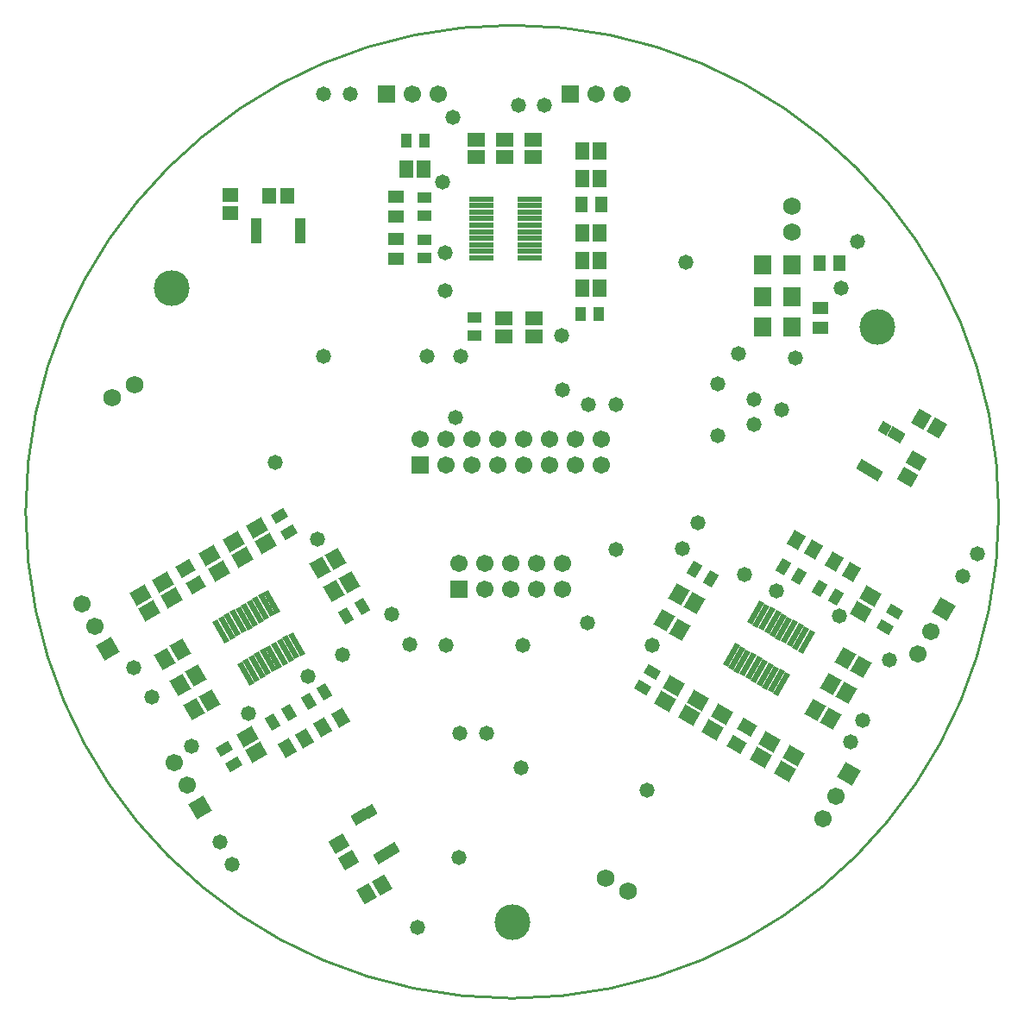
<source format=gts>
%FSLAX23Y23*%
%MOIN*%
G70*
G01*
G75*
G04 Layer_Color=8388736*
%ADD10C,0.010*%
%ADD11R,0.061X0.049*%
%ADD12R,0.049X0.061*%
%ADD13R,0.067X0.057*%
%ADD14R,0.057X0.067*%
%ADD15R,0.039X0.055*%
G04:AMPARAMS|DCode=16|XSize=67mil|YSize=57mil|CornerRadius=0mil|HoleSize=0mil|Usage=FLASHONLY|Rotation=240.000|XOffset=0mil|YOffset=0mil|HoleType=Round|Shape=Rectangle|*
%AMROTATEDRECTD16*
4,1,4,-0.008,0.043,0.042,0.015,0.008,-0.043,-0.042,-0.015,-0.008,0.043,0.0*
%
%ADD16ROTATEDRECTD16*%

G04:AMPARAMS|DCode=17|XSize=67mil|YSize=57mil|CornerRadius=0mil|HoleSize=0mil|Usage=FLASHONLY|Rotation=330.000|XOffset=0mil|YOffset=0mil|HoleType=Round|Shape=Rectangle|*
%AMROTATEDRECTD17*
4,1,4,-0.043,-0.008,-0.015,0.042,0.043,0.008,0.015,-0.042,-0.043,-0.008,0.0*
%
%ADD17ROTATEDRECTD17*%

G04:AMPARAMS|DCode=18|XSize=55mil|YSize=39mil|CornerRadius=0mil|HoleSize=0mil|Usage=FLASHONLY|Rotation=330.000|XOffset=0mil|YOffset=0mil|HoleType=Round|Shape=Rectangle|*
%AMROTATEDRECTD18*
4,1,4,-0.034,-0.003,-0.014,0.031,0.034,0.003,0.014,-0.031,-0.034,-0.003,0.0*
%
%ADD18ROTATEDRECTD18*%

G04:AMPARAMS|DCode=19|XSize=61mil|YSize=49mil|CornerRadius=0mil|HoleSize=0mil|Usage=FLASHONLY|Rotation=330.000|XOffset=0mil|YOffset=0mil|HoleType=Round|Shape=Rectangle|*
%AMROTATEDRECTD19*
4,1,4,-0.039,-0.006,-0.014,0.037,0.039,0.006,0.014,-0.037,-0.039,-0.006,0.0*
%
%ADD19ROTATEDRECTD19*%

G04:AMPARAMS|DCode=20|XSize=67mil|YSize=57mil|CornerRadius=0mil|HoleSize=0mil|Usage=FLASHONLY|Rotation=120.000|XOffset=0mil|YOffset=0mil|HoleType=Round|Shape=Rectangle|*
%AMROTATEDRECTD20*
4,1,4,0.042,-0.015,-0.008,-0.043,-0.042,0.015,0.008,0.043,0.042,-0.015,0.0*
%
%ADD20ROTATEDRECTD20*%

G04:AMPARAMS|DCode=21|XSize=22mil|YSize=95mil|CornerRadius=0mil|HoleSize=0mil|Usage=FLASHONLY|Rotation=150.000|XOffset=0mil|YOffset=0mil|HoleType=Round|Shape=Rectangle|*
%AMROTATEDRECTD21*
4,1,4,0.033,0.036,-0.014,-0.046,-0.033,-0.036,0.014,0.046,0.033,0.036,0.0*
%
%ADD21ROTATEDRECTD21*%

G04:AMPARAMS|DCode=22|XSize=55mil|YSize=39mil|CornerRadius=0mil|HoleSize=0mil|Usage=FLASHONLY|Rotation=60.000|XOffset=0mil|YOffset=0mil|HoleType=Round|Shape=Rectangle|*
%AMROTATEDRECTD22*
4,1,4,0.003,-0.034,-0.031,-0.014,-0.003,0.034,0.031,0.014,0.003,-0.034,0.0*
%
%ADD22ROTATEDRECTD22*%

G04:AMPARAMS|DCode=23|XSize=55mil|YSize=39mil|CornerRadius=0mil|HoleSize=0mil|Usage=FLASHONLY|Rotation=300.000|XOffset=0mil|YOffset=0mil|HoleType=Round|Shape=Rectangle|*
%AMROTATEDRECTD23*
4,1,4,-0.031,0.014,0.003,0.034,0.031,-0.014,-0.003,-0.034,-0.031,0.014,0.0*
%
%ADD23ROTATEDRECTD23*%

%ADD24R,0.095X0.022*%
%ADD25R,0.055X0.039*%
G04:AMPARAMS|DCode=26|XSize=67mil|YSize=57mil|CornerRadius=0mil|HoleSize=0mil|Usage=FLASHONLY|Rotation=30.000|XOffset=0mil|YOffset=0mil|HoleType=Round|Shape=Rectangle|*
%AMROTATEDRECTD26*
4,1,4,-0.015,-0.042,-0.043,0.008,0.015,0.042,0.043,-0.008,-0.015,-0.042,0.0*
%
%ADD26ROTATEDRECTD26*%

G04:AMPARAMS|DCode=27|XSize=61mil|YSize=49mil|CornerRadius=0mil|HoleSize=0mil|Usage=FLASHONLY|Rotation=60.000|XOffset=0mil|YOffset=0mil|HoleType=Round|Shape=Rectangle|*
%AMROTATEDRECTD27*
4,1,4,0.006,-0.039,-0.037,-0.014,-0.006,0.039,0.037,0.014,0.006,-0.039,0.0*
%
%ADD27ROTATEDRECTD27*%

G04:AMPARAMS|DCode=28|XSize=61mil|YSize=49mil|CornerRadius=0mil|HoleSize=0mil|Usage=FLASHONLY|Rotation=300.000|XOffset=0mil|YOffset=0mil|HoleType=Round|Shape=Rectangle|*
%AMROTATEDRECTD28*
4,1,4,-0.037,0.014,0.006,0.039,0.037,-0.014,-0.006,-0.039,-0.037,0.014,0.0*
%
%ADD28ROTATEDRECTD28*%

G04:AMPARAMS|DCode=29|XSize=20mil|YSize=43mil|CornerRadius=0mil|HoleSize=0mil|Usage=FLASHONLY|Rotation=150.000|XOffset=0mil|YOffset=0mil|HoleType=Round|Shape=Rectangle|*
%AMROTATEDRECTD29*
4,1,4,0.019,0.014,-0.002,-0.024,-0.019,-0.014,0.002,0.024,0.019,0.014,0.0*
%
%ADD29ROTATEDRECTD29*%

%ADD30R,0.043X0.020*%
G04:AMPARAMS|DCode=31|XSize=63mil|YSize=55mil|CornerRadius=0mil|HoleSize=0mil|Usage=FLASHONLY|Rotation=330.000|XOffset=0mil|YOffset=0mil|HoleType=Round|Shape=Rectangle|*
%AMROTATEDRECTD31*
4,1,4,-0.041,-0.008,-0.014,0.040,0.041,0.008,0.014,-0.040,-0.041,-0.008,0.0*
%
%ADD31ROTATEDRECTD31*%

%ADD32R,0.055X0.063*%
G04:AMPARAMS|DCode=33|XSize=63mil|YSize=55mil|CornerRadius=0mil|HoleSize=0mil|Usage=FLASHONLY|Rotation=240.000|XOffset=0mil|YOffset=0mil|HoleType=Round|Shape=Rectangle|*
%AMROTATEDRECTD33*
4,1,4,-0.008,0.041,0.040,0.014,0.008,-0.041,-0.040,-0.014,-0.008,0.041,0.0*
%
%ADD33ROTATEDRECTD33*%

G04:AMPARAMS|DCode=34|XSize=63mil|YSize=55mil|CornerRadius=0mil|HoleSize=0mil|Usage=FLASHONLY|Rotation=120.000|XOffset=0mil|YOffset=0mil|HoleType=Round|Shape=Rectangle|*
%AMROTATEDRECTD34*
4,1,4,0.040,-0.014,-0.008,-0.041,-0.040,0.014,0.008,0.041,0.040,-0.014,0.0*
%
%ADD34ROTATEDRECTD34*%

%ADD35R,0.063X0.055*%
G04:AMPARAMS|DCode=36|XSize=55mil|YSize=39mil|CornerRadius=0mil|HoleSize=0mil|Usage=FLASHONLY|Rotation=210.000|XOffset=0mil|YOffset=0mil|HoleType=Round|Shape=Rectangle|*
%AMROTATEDRECTD36*
4,1,4,0.014,0.031,0.034,-0.003,-0.014,-0.031,-0.034,0.003,0.014,0.031,0.0*
%
%ADD36ROTATEDRECTD36*%

G04:AMPARAMS|DCode=37|XSize=61mil|YSize=49mil|CornerRadius=0mil|HoleSize=0mil|Usage=FLASHONLY|Rotation=210.000|XOffset=0mil|YOffset=0mil|HoleType=Round|Shape=Rectangle|*
%AMROTATEDRECTD37*
4,1,4,0.014,0.037,0.039,-0.006,-0.014,-0.037,-0.039,0.006,0.014,0.037,0.0*
%
%ADD37ROTATEDRECTD37*%

%ADD38R,0.065X0.073*%
G04:AMPARAMS|DCode=39|XSize=20mil|YSize=43mil|CornerRadius=0mil|HoleSize=0mil|Usage=FLASHONLY|Rotation=30.000|XOffset=0mil|YOffset=0mil|HoleType=Round|Shape=Rectangle|*
%AMROTATEDRECTD39*
4,1,4,0.002,-0.024,-0.019,0.014,-0.002,0.024,0.019,-0.014,0.002,-0.024,0.0*
%
%ADD39ROTATEDRECTD39*%

G04:AMPARAMS|DCode=40|XSize=63mil|YSize=55mil|CornerRadius=0mil|HoleSize=0mil|Usage=FLASHONLY|Rotation=210.000|XOffset=0mil|YOffset=0mil|HoleType=Round|Shape=Rectangle|*
%AMROTATEDRECTD40*
4,1,4,0.014,0.040,0.041,-0.008,-0.014,-0.040,-0.041,0.008,0.014,0.040,0.0*
%
%ADD40ROTATEDRECTD40*%

G04:AMPARAMS|DCode=41|XSize=22mil|YSize=95mil|CornerRadius=0mil|HoleSize=0mil|Usage=FLASHONLY|Rotation=30.000|XOffset=0mil|YOffset=0mil|HoleType=Round|Shape=Rectangle|*
%AMROTATEDRECTD41*
4,1,4,0.014,-0.046,-0.033,0.036,-0.014,0.046,0.033,-0.036,0.014,-0.046,0.0*
%
%ADD41ROTATEDRECTD41*%

%ADD42P,0.095X4X285.0*%
%ADD43C,0.067*%
%ADD44P,0.095X4X165.0*%
%ADD45R,0.067X0.067*%
%ADD46C,0.068*%
%ADD47C,0.138*%
%ADD48C,0.058*%
D10*
X12555Y3005D02*
G03*
X12555Y3005I-1880J0D01*
G01*
D11*
X11865Y3717D02*
D03*
Y3793D02*
D03*
X10225Y4223D02*
D03*
Y4147D02*
D03*
Y3982D02*
D03*
Y4058D02*
D03*
D12*
X11862Y3965D02*
D03*
X11938Y3965D02*
D03*
X10942Y4191D02*
D03*
X11018D02*
D03*
D13*
X10535Y4444D02*
D03*
Y4376D02*
D03*
X10645Y4444D02*
D03*
Y4376D02*
D03*
X10760Y3682D02*
D03*
Y3751D02*
D03*
X10755Y4376D02*
D03*
Y4444D02*
D03*
X10642Y3751D02*
D03*
Y3682D02*
D03*
D14*
X10266Y4330D02*
D03*
X10334D02*
D03*
X11014Y4082D02*
D03*
X10946Y4082D02*
D03*
Y3976D02*
D03*
X11014D02*
D03*
X10946Y3870D02*
D03*
X11014Y3870D02*
D03*
X10946Y4400D02*
D03*
X11014D02*
D03*
X10946Y4294D02*
D03*
X11014D02*
D03*
D15*
X10265Y4440D02*
D03*
X10335D02*
D03*
X10940Y3770D02*
D03*
X11010D02*
D03*
D16*
X12022Y2405D02*
D03*
X11962Y2439D02*
D03*
X11965Y2305D02*
D03*
X11905Y2340D02*
D03*
X11261Y2585D02*
D03*
X11321Y2550D02*
D03*
X11847Y2240D02*
D03*
X11907Y2206D02*
D03*
X11380Y2652D02*
D03*
X11320Y2687D02*
D03*
D17*
X12059Y2678D02*
D03*
X12024Y2618D02*
D03*
X11392Y2277D02*
D03*
X11358Y2218D02*
D03*
X11450Y2164D02*
D03*
X11485Y2224D02*
D03*
X11300Y2331D02*
D03*
X11265Y2271D02*
D03*
X11762Y2064D02*
D03*
X11728Y2004D02*
D03*
X11670Y2117D02*
D03*
X11635Y2057D02*
D03*
D18*
X12153Y2620D02*
D03*
X12117Y2559D02*
D03*
X11215Y2386D02*
D03*
X11180Y2325D02*
D03*
D19*
X11582Y2172D02*
D03*
X11543Y2106D02*
D03*
D20*
X9393Y2471D02*
D03*
X9334Y2437D02*
D03*
X9986Y2698D02*
D03*
X10045Y2732D02*
D03*
X9391Y2337D02*
D03*
X9451Y2372D02*
D03*
X9446Y2242D02*
D03*
X9506Y2277D02*
D03*
X9993Y2823D02*
D03*
X9933Y2789D02*
D03*
D21*
X11812Y2503D02*
D03*
X11790Y2515D02*
D03*
X11768Y2528D02*
D03*
X11746Y2541D02*
D03*
X11724Y2553D02*
D03*
X11703Y2566D02*
D03*
X11681Y2578D02*
D03*
X11659Y2591D02*
D03*
X11637Y2604D02*
D03*
X11615Y2616D02*
D03*
X11717Y2339D02*
D03*
X11695Y2352D02*
D03*
X11674Y2364D02*
D03*
X11652Y2377D02*
D03*
X11630Y2390D02*
D03*
X11608Y2402D02*
D03*
X11586Y2415D02*
D03*
X11564Y2427D02*
D03*
X11543Y2440D02*
D03*
X11521Y2453D02*
D03*
D22*
X11441Y2746D02*
D03*
X11379Y2782D02*
D03*
X11863Y2710D02*
D03*
X11925Y2675D02*
D03*
X11782Y2757D02*
D03*
X11721Y2793D02*
D03*
D23*
X10034Y2604D02*
D03*
X10095Y2640D02*
D03*
X9811Y2229D02*
D03*
X9750Y2194D02*
D03*
X9889Y2274D02*
D03*
X9950Y2309D02*
D03*
D24*
X10556Y4213D02*
D03*
Y4188D02*
D03*
Y4163D02*
D03*
Y4138D02*
D03*
Y4113D02*
D03*
X10556Y4087D02*
D03*
X10556Y4062D02*
D03*
Y4037D02*
D03*
Y4012D02*
D03*
Y3987D02*
D03*
X10744Y4213D02*
D03*
Y4188D02*
D03*
Y4163D02*
D03*
Y4138D02*
D03*
Y4113D02*
D03*
Y4087D02*
D03*
Y4062D02*
D03*
Y4037D02*
D03*
Y4012D02*
D03*
Y3987D02*
D03*
D25*
X10530Y3755D02*
D03*
Y3685D02*
D03*
X10335Y4150D02*
D03*
X10335Y4220D02*
D03*
X10335Y4055D02*
D03*
Y3985D02*
D03*
D26*
X9273Y2622D02*
D03*
X9238Y2681D02*
D03*
X9359Y2672D02*
D03*
X9325Y2731D02*
D03*
X9686Y2075D02*
D03*
X9652Y2135D02*
D03*
X9507Y2836D02*
D03*
X9541Y2777D02*
D03*
X9632Y2829D02*
D03*
X9598Y2889D02*
D03*
X9723Y2882D02*
D03*
X9689Y2941D02*
D03*
D27*
X11985Y2773D02*
D03*
X11918Y2811D02*
D03*
X11771Y2896D02*
D03*
X11838Y2858D02*
D03*
D28*
X9806Y2092D02*
D03*
X9872Y2130D02*
D03*
X10011Y2210D02*
D03*
X9944Y2172D02*
D03*
D29*
X12175Y3294D02*
D03*
X12158Y3304D02*
D03*
X12141Y3314D02*
D03*
X12124Y3324D02*
D03*
X12107Y3334D02*
D03*
X12090Y3146D02*
D03*
X12073Y3156D02*
D03*
X12056Y3166D02*
D03*
X12039Y3176D02*
D03*
X12022Y3186D02*
D03*
D30*
X9685Y4129D02*
D03*
Y4110D02*
D03*
Y4090D02*
D03*
Y4070D02*
D03*
Y4051D02*
D03*
X9855Y4129D02*
D03*
X9855Y4110D02*
D03*
Y4090D02*
D03*
X9855Y4070D02*
D03*
Y4051D02*
D03*
D31*
X12237Y3201D02*
D03*
X12202Y3139D02*
D03*
D32*
X9735Y4225D02*
D03*
X9805D02*
D03*
D33*
X12317Y3328D02*
D03*
X12256Y3363D02*
D03*
D34*
X10113Y1528D02*
D03*
X10174Y1563D02*
D03*
D35*
X9585Y4230D02*
D03*
X9585Y4160D02*
D03*
D36*
X9598Y2028D02*
D03*
X9563Y2089D02*
D03*
X9813Y2927D02*
D03*
X9777Y2988D02*
D03*
D37*
X9452Y2721D02*
D03*
X9414Y2787D02*
D03*
D38*
X11643Y3960D02*
D03*
X11757Y3960D02*
D03*
X11643Y3835D02*
D03*
X11757Y3835D02*
D03*
X11643Y3720D02*
D03*
X11757D02*
D03*
D39*
X10137Y1854D02*
D03*
X10120Y1844D02*
D03*
X10103Y1835D02*
D03*
X10086Y1825D02*
D03*
X10069Y1815D02*
D03*
X10223Y1706D02*
D03*
X10206Y1696D02*
D03*
X10189Y1687D02*
D03*
X10172Y1677D02*
D03*
X10155Y1667D02*
D03*
D40*
X10007Y1721D02*
D03*
X10043Y1660D02*
D03*
D41*
X9747Y2657D02*
D03*
X9725Y2645D02*
D03*
X9703Y2632D02*
D03*
X9681Y2620D02*
D03*
X9659Y2607D02*
D03*
X9638Y2594D02*
D03*
X9616Y2582D02*
D03*
X9594Y2569D02*
D03*
X9572Y2557D02*
D03*
X9550Y2544D02*
D03*
X9841Y2494D02*
D03*
X9819Y2481D02*
D03*
X9798Y2469D02*
D03*
X9776Y2456D02*
D03*
X9754Y2443D02*
D03*
X9732Y2431D02*
D03*
X9710Y2418D02*
D03*
X9688Y2406D02*
D03*
X9667Y2393D02*
D03*
X9645Y2380D02*
D03*
D42*
X12343Y2630D02*
D03*
X11975Y1993D02*
D03*
D43*
X12293Y2543D02*
D03*
X12243Y2457D02*
D03*
X11925Y1907D02*
D03*
X11875Y1820D02*
D03*
X9064Y2564D02*
D03*
X9014Y2650D02*
D03*
X10290Y4620D02*
D03*
X10390D02*
D03*
X11000Y4620D02*
D03*
X11100Y4620D02*
D03*
X11020Y3285D02*
D03*
X11020Y3185D02*
D03*
X10920Y3285D02*
D03*
X10920Y3185D02*
D03*
X10820Y3285D02*
D03*
X10820Y3185D02*
D03*
X10720Y3285D02*
D03*
X10720Y3185D02*
D03*
X10620Y3285D02*
D03*
X10620Y3185D02*
D03*
X10520Y3285D02*
D03*
X10520Y3185D02*
D03*
X10420Y3285D02*
D03*
Y3185D02*
D03*
X10320Y3285D02*
D03*
X10470Y2805D02*
D03*
X10570Y2705D02*
D03*
Y2805D02*
D03*
X10670Y2705D02*
D03*
Y2805D02*
D03*
X10770Y2705D02*
D03*
Y2805D02*
D03*
X10870Y2705D02*
D03*
Y2805D02*
D03*
X9369Y2036D02*
D03*
X9419Y1949D02*
D03*
D44*
X9114Y2477D02*
D03*
X9469Y1862D02*
D03*
D45*
X10190Y4620D02*
D03*
X10900D02*
D03*
X10320Y3185D02*
D03*
X10470Y2705D02*
D03*
D46*
X11035Y1590D02*
D03*
X11122Y1540D02*
D03*
X11755Y4085D02*
D03*
X11755Y4185D02*
D03*
X9215Y3495D02*
D03*
X9128Y3445D02*
D03*
D47*
X9360Y3870D02*
D03*
X12085Y3720D02*
D03*
X10675Y1420D02*
D03*
D48*
X11715Y3400D02*
D03*
X10870Y3475D02*
D03*
X10575Y2150D02*
D03*
X10455Y3370D02*
D03*
X11345Y3970D02*
D03*
X11217Y2489D02*
D03*
X11195Y1930D02*
D03*
X11770Y3600D02*
D03*
X10970Y3420D02*
D03*
X11075D02*
D03*
X11470Y3500D02*
D03*
Y3300D02*
D03*
X9760Y3195D02*
D03*
X10310Y1400D02*
D03*
X10420Y2490D02*
D03*
X10470Y1670D02*
D03*
X9945Y3605D02*
D03*
Y4620D02*
D03*
X11983Y2116D02*
D03*
X9546Y1728D02*
D03*
X10475Y3605D02*
D03*
X10345D02*
D03*
X10865Y3685D02*
D03*
X10415Y3860D02*
D03*
Y4005D02*
D03*
X10405Y4280D02*
D03*
X9657Y2225D02*
D03*
X11940Y2602D02*
D03*
X10018Y2451D02*
D03*
X11695Y2698D02*
D03*
X11571Y2763D02*
D03*
X10800Y4575D02*
D03*
X10700D02*
D03*
X10050Y4620D02*
D03*
X12030Y2198D02*
D03*
X12415Y2755D02*
D03*
X10445Y4530D02*
D03*
X12132Y2434D02*
D03*
X9437Y2098D02*
D03*
X9283Y2289D02*
D03*
X9214Y2403D02*
D03*
X9922Y2898D02*
D03*
X9886Y2369D02*
D03*
X10710Y2015D02*
D03*
X11610Y3341D02*
D03*
X12471Y2844D02*
D03*
X11393Y2964D02*
D03*
X11333Y2861D02*
D03*
X11075Y2860D02*
D03*
X10965Y2575D02*
D03*
X10715Y2490D02*
D03*
X10210Y2608D02*
D03*
X10278Y2491D02*
D03*
X10472Y2149D02*
D03*
X9593Y1642D02*
D03*
X12010Y4050D02*
D03*
X11945Y3870D02*
D03*
X11610Y3440D02*
D03*
X11550Y3615D02*
D03*
M02*

</source>
